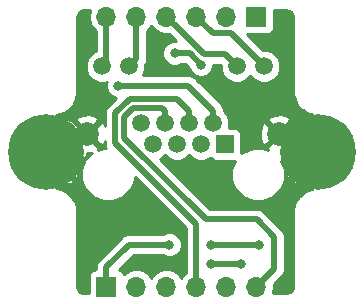
<source format=gbr>
G04 #@! TF.GenerationSoftware,KiCad,Pcbnew,(5.0.2)-1*
G04 #@! TF.CreationDate,2018-12-30T18:09:11-05:00*
G04 #@! TF.ProjectId,8P8C+LED_Horizontal_with_mounts,38503843-2b4c-4454-945f-486f72697a6f,rev?*
G04 #@! TF.SameCoordinates,Original*
G04 #@! TF.FileFunction,Copper,L1,Top*
G04 #@! TF.FilePolarity,Positive*
%FSLAX46Y46*%
G04 Gerber Fmt 4.6, Leading zero omitted, Abs format (unit mm)*
G04 Created by KiCad (PCBNEW (5.0.2)-1) date 12/30/2018 6:09:11 PM*
%MOMM*%
%LPD*%
G01*
G04 APERTURE LIST*
G04 #@! TA.AperFunction,ComponentPad*
%ADD10C,1.500000*%
G04 #@! TD*
G04 #@! TA.AperFunction,ComponentPad*
%ADD11C,2.000000*%
G04 #@! TD*
G04 #@! TA.AperFunction,ComponentPad*
%ADD12R,1.500000X1.500000*%
G04 #@! TD*
G04 #@! TA.AperFunction,ComponentPad*
%ADD13C,0.800000*%
G04 #@! TD*
G04 #@! TA.AperFunction,ComponentPad*
%ADD14C,6.400000*%
G04 #@! TD*
G04 #@! TA.AperFunction,ComponentPad*
%ADD15R,1.700000X1.700000*%
G04 #@! TD*
G04 #@! TA.AperFunction,ComponentPad*
%ADD16O,1.700000X1.700000*%
G04 #@! TD*
G04 #@! TA.AperFunction,ViaPad*
%ADD17C,0.800000*%
G04 #@! TD*
G04 #@! TA.AperFunction,Conductor*
%ADD18C,0.525000*%
G04 #@! TD*
G04 #@! TA.AperFunction,Conductor*
%ADD19C,0.254000*%
G04 #@! TD*
G04 APERTURE END LIST*
D10*
G04 #@! TO.P,J1,12*
G04 #@! TO.N,/Y+*
X134233000Y-98175000D03*
G04 #@! TO.P,J1,11*
G04 #@! TO.N,/Y-*
X136523000Y-98175000D03*
G04 #@! TO.P,J1,10*
G04 #@! TO.N,/G+*
X145663000Y-98175000D03*
G04 #@! TO.P,J1,9*
G04 #@! TO.N,/G-*
X147953000Y-98175000D03*
D11*
G04 #@! TO.P,J1,SH*
G04 #@! TO.N,GND*
X149223000Y-103885000D03*
X132963000Y-103885000D03*
D10*
G04 #@! TO.P,J1,8*
G04 #@! TO.N,/Pin8*
X137513000Y-102995000D03*
G04 #@! TO.P,J1,6*
G04 #@! TO.N,/Pin6*
X139553000Y-102995000D03*
G04 #@! TO.P,J1,4*
G04 #@! TO.N,/Pin4*
X141593000Y-102995000D03*
G04 #@! TO.P,J1,2*
G04 #@! TO.N,/Pin2*
X143633000Y-102995000D03*
G04 #@! TO.P,J1,7*
G04 #@! TO.N,/Pin7*
X138533000Y-104775000D03*
G04 #@! TO.P,J1,5*
G04 #@! TO.N,/Pin5*
X140573000Y-104775000D03*
G04 #@! TO.P,J1,3*
G04 #@! TO.N,/Pin3*
X142613000Y-104775000D03*
D12*
G04 #@! TO.P,J1,1*
G04 #@! TO.N,/Pin1*
X144653000Y-104775000D03*
G04 #@! TD*
D13*
G04 #@! TO.P,H1,1*
G04 #@! TO.N,GND*
X131237056Y-103712944D03*
X129540000Y-103010000D03*
X127842944Y-103712944D03*
X127140000Y-105410000D03*
X127842944Y-107107056D03*
X129540000Y-107810000D03*
X131237056Y-107107056D03*
X131940000Y-105410000D03*
D14*
X129540000Y-105410000D03*
G04 #@! TD*
G04 #@! TO.P,H2,1*
G04 #@! TO.N,GND*
X152540000Y-105410000D03*
D13*
X154940000Y-105410000D03*
X154237056Y-107107056D03*
X152540000Y-107810000D03*
X150842944Y-107107056D03*
X150140000Y-105410000D03*
X150842944Y-103712944D03*
X152540000Y-103010000D03*
X154237056Y-103712944D03*
G04 #@! TD*
D15*
G04 #@! TO.P,J2,1*
G04 #@! TO.N,/Pin1*
X134620000Y-116840000D03*
D16*
G04 #@! TO.P,J2,2*
G04 #@! TO.N,/Pin2*
X137160000Y-116840000D03*
G04 #@! TO.P,J2,3*
G04 #@! TO.N,/Pin3*
X139700000Y-116840000D03*
G04 #@! TO.P,J2,4*
G04 #@! TO.N,/Pin4*
X142240000Y-116840000D03*
G04 #@! TO.P,J2,5*
G04 #@! TO.N,/Pin5*
X144780000Y-116840000D03*
G04 #@! TO.P,J2,6*
G04 #@! TO.N,/Pin6*
X147320000Y-116840000D03*
G04 #@! TD*
G04 #@! TO.P,J3,6*
G04 #@! TO.N,/Y+*
X134620000Y-93980000D03*
G04 #@! TO.P,J3,5*
G04 #@! TO.N,/Y-*
X137160000Y-93980000D03*
G04 #@! TO.P,J3,4*
G04 #@! TO.N,/G+*
X139700000Y-93980000D03*
G04 #@! TO.P,J3,3*
G04 #@! TO.N,/G-*
X142240000Y-93980000D03*
G04 #@! TO.P,J3,2*
G04 #@! TO.N,/Pin8*
X144780000Y-93980000D03*
D15*
G04 #@! TO.P,J3,1*
G04 #@! TO.N,/Pin7*
X147320000Y-93980000D03*
G04 #@! TD*
D17*
G04 #@! TO.N,/Pin2*
X135636000Y-99822000D03*
G04 #@! TO.N,/Pin7*
X140388265Y-97081265D03*
X142621000Y-98044000D03*
G04 #@! TO.N,/Pin3*
X146050000Y-114935000D03*
X143510000Y-114935000D03*
G04 #@! TO.N,/Pin1*
X147574000Y-113284000D03*
X143510000Y-113284000D03*
X139954000Y-113284000D03*
G04 #@! TD*
D18*
G04 #@! TO.N,/Y+*
X134620000Y-97788000D02*
X134233000Y-98175000D01*
X134620000Y-93980000D02*
X134620000Y-97788000D01*
G04 #@! TO.N,/Y-*
X137160000Y-97538000D02*
X136523000Y-98175000D01*
X137160000Y-93980000D02*
X137160000Y-97538000D01*
G04 #@! TO.N,/G+*
X140549999Y-94829999D02*
X139700000Y-93980000D01*
X142851499Y-97131499D02*
X140549999Y-94829999D01*
X144619499Y-97131499D02*
X142851499Y-97131499D01*
X145663000Y-98175000D02*
X144619499Y-97131499D01*
G04 #@! TO.N,/G-*
X147203001Y-97425001D02*
X147953000Y-98175000D01*
X145120501Y-95342501D02*
X147203001Y-97425001D01*
X143602501Y-95342501D02*
X145120501Y-95342501D01*
X142240000Y-93980000D02*
X143602501Y-95342501D01*
G04 #@! TO.N,/Pin6*
X147333010Y-111138010D02*
X148844000Y-112649000D01*
X143015010Y-111138010D02*
X147333010Y-111138010D01*
X143015010Y-111125512D02*
X143015010Y-111138010D01*
X139553000Y-101934340D02*
X139351159Y-101732499D01*
X139553000Y-102995000D02*
X139553000Y-101934340D01*
X139351159Y-101732499D02*
X136906999Y-101732499D01*
X136906999Y-101732499D02*
X136144000Y-102495498D01*
X136144000Y-102495498D02*
X136144000Y-104254502D01*
X136144000Y-104254502D02*
X143015010Y-111125512D01*
X148844000Y-115316000D02*
X147320000Y-116840000D01*
X148844000Y-112649000D02*
X148844000Y-115316000D01*
G04 #@! TO.N,/Pin4*
X135368990Y-102174479D02*
X135368990Y-104634990D01*
X136585980Y-100957489D02*
X135368990Y-102174479D01*
X140616149Y-100957489D02*
X136585980Y-100957489D01*
X141593000Y-102995000D02*
X141593000Y-101934340D01*
X141593000Y-101934340D02*
X140616149Y-100957489D01*
X142240000Y-111506000D02*
X142240000Y-116586000D01*
X135368990Y-104634990D02*
X142240000Y-111506000D01*
G04 #@! TO.N,/Pin2*
X141520660Y-99822000D02*
X135636000Y-99822000D01*
X143633000Y-102995000D02*
X143633000Y-101934340D01*
X143633000Y-101934340D02*
X141520660Y-99822000D01*
G04 #@! TO.N,/Pin7*
X140388265Y-97081265D02*
X141658265Y-97081265D01*
X141658265Y-97081265D02*
X142621000Y-98044000D01*
G04 #@! TO.N,/Pin3*
X146050000Y-114935000D02*
X143510000Y-114935000D01*
G04 #@! TO.N,/Pin1*
X147574000Y-113284000D02*
X143510000Y-113284000D01*
X134620000Y-115211000D02*
X134620000Y-116586000D01*
X136547000Y-113284000D02*
X134620000Y-115211000D01*
X139954000Y-113284000D02*
X136547000Y-113284000D01*
G04 #@! TD*
D19*
G04 #@! TO.N,GND*
G36*
X154430804Y-103698802D02*
X154416661Y-103712944D01*
X154430804Y-103727087D01*
X154251199Y-103906692D01*
X154237056Y-103892549D01*
X153699311Y-104430294D01*
X153724033Y-104635124D01*
X154109585Y-104759193D01*
X154222647Y-104872255D01*
X154017820Y-104896977D01*
X153891691Y-105288931D01*
X153925158Y-105699318D01*
X154017820Y-105923023D01*
X154222647Y-105947745D01*
X154105762Y-106064630D01*
X154119351Y-106078219D01*
X153947738Y-106092214D01*
X153724033Y-106184876D01*
X153699311Y-106389706D01*
X154237056Y-106927451D01*
X154251199Y-106913309D01*
X154430804Y-107092914D01*
X154416661Y-107107056D01*
X154430804Y-107121199D01*
X154251199Y-107300804D01*
X154237056Y-107286661D01*
X154222914Y-107300804D01*
X154043309Y-107121199D01*
X154057451Y-107107056D01*
X153519706Y-106569311D01*
X153314876Y-106594033D01*
X153190807Y-106979585D01*
X153077745Y-107092647D01*
X153053023Y-106887820D01*
X152661069Y-106761691D01*
X152250682Y-106795158D01*
X152026977Y-106887820D01*
X152002255Y-107092647D01*
X151885370Y-106975762D01*
X151871781Y-106989351D01*
X151857786Y-106817738D01*
X151765124Y-106594033D01*
X151560294Y-106569311D01*
X151022549Y-107107056D01*
X151036692Y-107121199D01*
X150857087Y-107300804D01*
X150842944Y-107286661D01*
X150305199Y-107824406D01*
X150329921Y-108029236D01*
X150721875Y-108155365D01*
X151132262Y-108121898D01*
X151355967Y-108029236D01*
X151380689Y-107824409D01*
X151497574Y-107941294D01*
X151511163Y-107927705D01*
X151525158Y-108099318D01*
X151617820Y-108323023D01*
X151822650Y-108347745D01*
X152360395Y-107810000D01*
X152346253Y-107795858D01*
X152525858Y-107616253D01*
X152540000Y-107630395D01*
X152554143Y-107616253D01*
X152733748Y-107795858D01*
X152719605Y-107810000D01*
X152733748Y-107824143D01*
X152554143Y-108003748D01*
X152540000Y-107989605D01*
X152002255Y-108527350D01*
X152006178Y-108559849D01*
X151936632Y-108572112D01*
X151522165Y-108722966D01*
X151308621Y-108846256D01*
X151308620Y-108846257D01*
X150970744Y-109129769D01*
X150839614Y-109286044D01*
X150812247Y-109318659D01*
X150591714Y-109700632D01*
X150591711Y-109700635D01*
X150507376Y-109932344D01*
X150432122Y-110359135D01*
X150420000Y-110420075D01*
X150420001Y-116777875D01*
X150375935Y-117027787D01*
X150280596Y-117192919D01*
X150134524Y-117315488D01*
X149925532Y-117391555D01*
X149829004Y-117400000D01*
X148722701Y-117400000D01*
X148834092Y-116840000D01*
X148793471Y-116635785D01*
X149416123Y-116013133D01*
X149491061Y-115963061D01*
X149689426Y-115666187D01*
X149741500Y-115404395D01*
X149741500Y-115404391D01*
X149759082Y-115316001D01*
X149741500Y-115227611D01*
X149741500Y-112737391D01*
X149759082Y-112649000D01*
X149741500Y-112560609D01*
X149741500Y-112560605D01*
X149689426Y-112298813D01*
X149592038Y-112153061D01*
X149541133Y-112076876D01*
X149541131Y-112076874D01*
X149491061Y-112001939D01*
X149416126Y-111951869D01*
X148030143Y-110565887D01*
X147980071Y-110490949D01*
X147683197Y-110292584D01*
X147421405Y-110240510D01*
X147421401Y-110240510D01*
X147333010Y-110222928D01*
X147244619Y-110240510D01*
X143399265Y-110240510D01*
X139169303Y-106010549D01*
X139317540Y-105949147D01*
X139553000Y-105713687D01*
X139788460Y-105949147D01*
X140297506Y-106160000D01*
X140848494Y-106160000D01*
X141357540Y-105949147D01*
X141593000Y-105713687D01*
X141828460Y-105949147D01*
X142337506Y-106160000D01*
X142888494Y-106160000D01*
X143397540Y-105949147D01*
X143412621Y-105934066D01*
X143445191Y-105982809D01*
X143655235Y-106123157D01*
X143903000Y-106172440D01*
X145403000Y-106172440D01*
X145476079Y-106157904D01*
X145183000Y-106865458D01*
X145183000Y-107764542D01*
X145527065Y-108595187D01*
X146162813Y-109230935D01*
X146993458Y-109575000D01*
X147892542Y-109575000D01*
X148723187Y-109230935D01*
X149358935Y-108595187D01*
X149703000Y-107764542D01*
X149703000Y-106865458D01*
X149417618Y-106176486D01*
X149485370Y-106244238D01*
X149602255Y-106127353D01*
X149626977Y-106332180D01*
X150012529Y-106456249D01*
X150125591Y-106569311D01*
X149920764Y-106594033D01*
X149794635Y-106985987D01*
X149828102Y-107396374D01*
X149920764Y-107620079D01*
X150125594Y-107644801D01*
X150663339Y-107107056D01*
X150649197Y-107092914D01*
X150828802Y-106913309D01*
X150842944Y-106927451D01*
X151380689Y-106389706D01*
X151355967Y-106184876D01*
X150970415Y-106060807D01*
X150857353Y-105947745D01*
X151062180Y-105923023D01*
X151188309Y-105531069D01*
X151154842Y-105120682D01*
X151062180Y-104896977D01*
X150857353Y-104872255D01*
X150974238Y-104755370D01*
X150960649Y-104741781D01*
X151132262Y-104727786D01*
X151355967Y-104635124D01*
X151380689Y-104430294D01*
X150860031Y-103909636D01*
X150845994Y-103530289D01*
X150857087Y-103519197D01*
X151036692Y-103698802D01*
X151022549Y-103712944D01*
X151560294Y-104250689D01*
X151765124Y-104225967D01*
X151889193Y-103840415D01*
X152002255Y-103727353D01*
X152026977Y-103932180D01*
X152418931Y-104058309D01*
X152829318Y-104024842D01*
X153053023Y-103932180D01*
X153077745Y-103727353D01*
X153194630Y-103844238D01*
X153208219Y-103830649D01*
X153222214Y-104002262D01*
X153314876Y-104225967D01*
X153519706Y-104250689D01*
X154057451Y-103712944D01*
X154043309Y-103698802D01*
X154222914Y-103519197D01*
X154237056Y-103533339D01*
X154251199Y-103519197D01*
X154430804Y-103698802D01*
X154430804Y-103698802D01*
G37*
X154430804Y-103698802D02*
X154416661Y-103712944D01*
X154430804Y-103727087D01*
X154251199Y-103906692D01*
X154237056Y-103892549D01*
X153699311Y-104430294D01*
X153724033Y-104635124D01*
X154109585Y-104759193D01*
X154222647Y-104872255D01*
X154017820Y-104896977D01*
X153891691Y-105288931D01*
X153925158Y-105699318D01*
X154017820Y-105923023D01*
X154222647Y-105947745D01*
X154105762Y-106064630D01*
X154119351Y-106078219D01*
X153947738Y-106092214D01*
X153724033Y-106184876D01*
X153699311Y-106389706D01*
X154237056Y-106927451D01*
X154251199Y-106913309D01*
X154430804Y-107092914D01*
X154416661Y-107107056D01*
X154430804Y-107121199D01*
X154251199Y-107300804D01*
X154237056Y-107286661D01*
X154222914Y-107300804D01*
X154043309Y-107121199D01*
X154057451Y-107107056D01*
X153519706Y-106569311D01*
X153314876Y-106594033D01*
X153190807Y-106979585D01*
X153077745Y-107092647D01*
X153053023Y-106887820D01*
X152661069Y-106761691D01*
X152250682Y-106795158D01*
X152026977Y-106887820D01*
X152002255Y-107092647D01*
X151885370Y-106975762D01*
X151871781Y-106989351D01*
X151857786Y-106817738D01*
X151765124Y-106594033D01*
X151560294Y-106569311D01*
X151022549Y-107107056D01*
X151036692Y-107121199D01*
X150857087Y-107300804D01*
X150842944Y-107286661D01*
X150305199Y-107824406D01*
X150329921Y-108029236D01*
X150721875Y-108155365D01*
X151132262Y-108121898D01*
X151355967Y-108029236D01*
X151380689Y-107824409D01*
X151497574Y-107941294D01*
X151511163Y-107927705D01*
X151525158Y-108099318D01*
X151617820Y-108323023D01*
X151822650Y-108347745D01*
X152360395Y-107810000D01*
X152346253Y-107795858D01*
X152525858Y-107616253D01*
X152540000Y-107630395D01*
X152554143Y-107616253D01*
X152733748Y-107795858D01*
X152719605Y-107810000D01*
X152733748Y-107824143D01*
X152554143Y-108003748D01*
X152540000Y-107989605D01*
X152002255Y-108527350D01*
X152006178Y-108559849D01*
X151936632Y-108572112D01*
X151522165Y-108722966D01*
X151308621Y-108846256D01*
X151308620Y-108846257D01*
X150970744Y-109129769D01*
X150839614Y-109286044D01*
X150812247Y-109318659D01*
X150591714Y-109700632D01*
X150591711Y-109700635D01*
X150507376Y-109932344D01*
X150432122Y-110359135D01*
X150420000Y-110420075D01*
X150420001Y-116777875D01*
X150375935Y-117027787D01*
X150280596Y-117192919D01*
X150134524Y-117315488D01*
X149925532Y-117391555D01*
X149829004Y-117400000D01*
X148722701Y-117400000D01*
X148834092Y-116840000D01*
X148793471Y-116635785D01*
X149416123Y-116013133D01*
X149491061Y-115963061D01*
X149689426Y-115666187D01*
X149741500Y-115404395D01*
X149741500Y-115404391D01*
X149759082Y-115316001D01*
X149741500Y-115227611D01*
X149741500Y-112737391D01*
X149759082Y-112649000D01*
X149741500Y-112560609D01*
X149741500Y-112560605D01*
X149689426Y-112298813D01*
X149592038Y-112153061D01*
X149541133Y-112076876D01*
X149541131Y-112076874D01*
X149491061Y-112001939D01*
X149416126Y-111951869D01*
X148030143Y-110565887D01*
X147980071Y-110490949D01*
X147683197Y-110292584D01*
X147421405Y-110240510D01*
X147421401Y-110240510D01*
X147333010Y-110222928D01*
X147244619Y-110240510D01*
X143399265Y-110240510D01*
X139169303Y-106010549D01*
X139317540Y-105949147D01*
X139553000Y-105713687D01*
X139788460Y-105949147D01*
X140297506Y-106160000D01*
X140848494Y-106160000D01*
X141357540Y-105949147D01*
X141593000Y-105713687D01*
X141828460Y-105949147D01*
X142337506Y-106160000D01*
X142888494Y-106160000D01*
X143397540Y-105949147D01*
X143412621Y-105934066D01*
X143445191Y-105982809D01*
X143655235Y-106123157D01*
X143903000Y-106172440D01*
X145403000Y-106172440D01*
X145476079Y-106157904D01*
X145183000Y-106865458D01*
X145183000Y-107764542D01*
X145527065Y-108595187D01*
X146162813Y-109230935D01*
X146993458Y-109575000D01*
X147892542Y-109575000D01*
X148723187Y-109230935D01*
X149358935Y-108595187D01*
X149703000Y-107764542D01*
X149703000Y-106865458D01*
X149417618Y-106176486D01*
X149485370Y-106244238D01*
X149602255Y-106127353D01*
X149626977Y-106332180D01*
X150012529Y-106456249D01*
X150125591Y-106569311D01*
X149920764Y-106594033D01*
X149794635Y-106985987D01*
X149828102Y-107396374D01*
X149920764Y-107620079D01*
X150125594Y-107644801D01*
X150663339Y-107107056D01*
X150649197Y-107092914D01*
X150828802Y-106913309D01*
X150842944Y-106927451D01*
X151380689Y-106389706D01*
X151355967Y-106184876D01*
X150970415Y-106060807D01*
X150857353Y-105947745D01*
X151062180Y-105923023D01*
X151188309Y-105531069D01*
X151154842Y-105120682D01*
X151062180Y-104896977D01*
X150857353Y-104872255D01*
X150974238Y-104755370D01*
X150960649Y-104741781D01*
X151132262Y-104727786D01*
X151355967Y-104635124D01*
X151380689Y-104430294D01*
X150860031Y-103909636D01*
X150845994Y-103530289D01*
X150857087Y-103519197D01*
X151036692Y-103698802D01*
X151022549Y-103712944D01*
X151560294Y-104250689D01*
X151765124Y-104225967D01*
X151889193Y-103840415D01*
X152002255Y-103727353D01*
X152026977Y-103932180D01*
X152418931Y-104058309D01*
X152829318Y-104024842D01*
X153053023Y-103932180D01*
X153077745Y-103727353D01*
X153194630Y-103844238D01*
X153208219Y-103830649D01*
X153222214Y-104002262D01*
X153314876Y-104225967D01*
X153519706Y-104250689D01*
X154057451Y-103712944D01*
X154043309Y-103698802D01*
X154222914Y-103519197D01*
X154237056Y-103533339D01*
X154251199Y-103519197D01*
X154430804Y-103698802D01*
G36*
X131317092Y-103620461D02*
X131324954Y-103832936D01*
X131251199Y-103906692D01*
X131237056Y-103892549D01*
X130699311Y-104430294D01*
X130724033Y-104635124D01*
X131109585Y-104759193D01*
X131222647Y-104872255D01*
X131017820Y-104896977D01*
X130891691Y-105288931D01*
X130925158Y-105699318D01*
X131017820Y-105923023D01*
X131222647Y-105947745D01*
X131105762Y-106064630D01*
X131119351Y-106078219D01*
X130947738Y-106092214D01*
X130724033Y-106184876D01*
X130699311Y-106389706D01*
X131237056Y-106927451D01*
X131251199Y-106913309D01*
X131430804Y-107092914D01*
X131416661Y-107107056D01*
X131954406Y-107644801D01*
X132159236Y-107620079D01*
X132285365Y-107228125D01*
X132251898Y-106817738D01*
X132159236Y-106594033D01*
X131954409Y-106569311D01*
X132071294Y-106452426D01*
X132057705Y-106438837D01*
X132229318Y-106424842D01*
X132453023Y-106332180D01*
X132477745Y-106127350D01*
X131940000Y-105589605D01*
X131925858Y-105603748D01*
X131746253Y-105424143D01*
X131760395Y-105410000D01*
X131746253Y-105395858D01*
X131925858Y-105216253D01*
X131940000Y-105230395D01*
X131954143Y-105216253D01*
X132133748Y-105395858D01*
X132119605Y-105410000D01*
X132657350Y-105947745D01*
X132862180Y-105923023D01*
X132988309Y-105531069D01*
X132987424Y-105520215D01*
X133348460Y-105506856D01*
X133359662Y-105502216D01*
X132827065Y-106034813D01*
X132483000Y-106865458D01*
X132483000Y-107764542D01*
X132827065Y-108595187D01*
X133462813Y-109230935D01*
X134293458Y-109575000D01*
X135192542Y-109575000D01*
X136023187Y-109230935D01*
X136658935Y-108595187D01*
X137003000Y-107764542D01*
X137003000Y-107538256D01*
X141342500Y-111877757D01*
X141342501Y-115653696D01*
X141169375Y-115769375D01*
X140970000Y-116067761D01*
X140770625Y-115769375D01*
X140279418Y-115441161D01*
X139846256Y-115355000D01*
X139553744Y-115355000D01*
X139120582Y-115441161D01*
X138629375Y-115769375D01*
X138430000Y-116067761D01*
X138230625Y-115769375D01*
X137739418Y-115441161D01*
X137306256Y-115355000D01*
X137013744Y-115355000D01*
X136580582Y-115441161D01*
X136089375Y-115769375D01*
X136077184Y-115787619D01*
X136068157Y-115742235D01*
X135927809Y-115532191D01*
X135717765Y-115391843D01*
X135709965Y-115390291D01*
X136918757Y-114181500D01*
X139416171Y-114181500D01*
X139748126Y-114319000D01*
X140159874Y-114319000D01*
X140540280Y-114161431D01*
X140831431Y-113870280D01*
X140989000Y-113489874D01*
X140989000Y-113078126D01*
X140831431Y-112697720D01*
X140540280Y-112406569D01*
X140159874Y-112249000D01*
X139748126Y-112249000D01*
X139416171Y-112386500D01*
X136635391Y-112386500D01*
X136547000Y-112368918D01*
X136458609Y-112386500D01*
X136458605Y-112386500D01*
X136196813Y-112438574D01*
X135974876Y-112586867D01*
X135974874Y-112586869D01*
X135899939Y-112636939D01*
X135849869Y-112711874D01*
X134047877Y-114513867D01*
X133972939Y-114563939D01*
X133774574Y-114860814D01*
X133722500Y-115122606D01*
X133722500Y-115122609D01*
X133704918Y-115211000D01*
X133722500Y-115299392D01*
X133722500Y-115352008D01*
X133522235Y-115391843D01*
X133312191Y-115532191D01*
X133171843Y-115742235D01*
X133122560Y-115990000D01*
X133122560Y-117400000D01*
X132777119Y-117400000D01*
X132527213Y-117355935D01*
X132362081Y-117260596D01*
X132239512Y-117114524D01*
X132163445Y-116905532D01*
X132155000Y-116809004D01*
X132155000Y-110420074D01*
X132148920Y-110389507D01*
X132133004Y-110207587D01*
X132108997Y-110117990D01*
X132092888Y-110026632D01*
X131942034Y-109612165D01*
X131818744Y-109398621D01*
X131818743Y-109398620D01*
X131535231Y-109060744D01*
X131346340Y-108902246D01*
X131346338Y-108902245D01*
X130964367Y-108681713D01*
X130964368Y-108681713D01*
X130964365Y-108681711D01*
X130732656Y-108597376D01*
X130315115Y-108523753D01*
X130374238Y-108464630D01*
X130257353Y-108347745D01*
X130462180Y-108323023D01*
X130586249Y-107937471D01*
X130699311Y-107824409D01*
X130724033Y-108029236D01*
X131115987Y-108155365D01*
X131526374Y-108121898D01*
X131750079Y-108029236D01*
X131774801Y-107824406D01*
X131237056Y-107286661D01*
X131222914Y-107300804D01*
X131043309Y-107121199D01*
X131057451Y-107107056D01*
X130519706Y-106569311D01*
X130314876Y-106594033D01*
X130190807Y-106979585D01*
X130077745Y-107092647D01*
X130053023Y-106887820D01*
X129661069Y-106761691D01*
X129250682Y-106795158D01*
X129026977Y-106887820D01*
X129002255Y-107092647D01*
X128885370Y-106975762D01*
X128871781Y-106989351D01*
X128857786Y-106817738D01*
X128765124Y-106594033D01*
X128560294Y-106569311D01*
X128022549Y-107107056D01*
X128036692Y-107121199D01*
X127857087Y-107300804D01*
X127842944Y-107286661D01*
X127828802Y-107300804D01*
X127649197Y-107121199D01*
X127663339Y-107107056D01*
X127649197Y-107092914D01*
X127828802Y-106913309D01*
X127842944Y-106927451D01*
X128380689Y-106389706D01*
X128355967Y-106184876D01*
X127970415Y-106060807D01*
X127857353Y-105947745D01*
X128062180Y-105923023D01*
X128188309Y-105531069D01*
X128154842Y-105120682D01*
X128062180Y-104896977D01*
X127857353Y-104872255D01*
X127974238Y-104755370D01*
X127960649Y-104741781D01*
X128132262Y-104727786D01*
X128355967Y-104635124D01*
X128380689Y-104430294D01*
X127842944Y-103892549D01*
X127828802Y-103906692D01*
X127649197Y-103727087D01*
X127663339Y-103712944D01*
X127649197Y-103698802D01*
X127828802Y-103519197D01*
X127842944Y-103533339D01*
X127857087Y-103519197D01*
X128036692Y-103698802D01*
X128022549Y-103712944D01*
X128560294Y-104250689D01*
X128765124Y-104225967D01*
X128889193Y-103840415D01*
X129002255Y-103727353D01*
X129026977Y-103932180D01*
X129418931Y-104058309D01*
X129829318Y-104024842D01*
X130053023Y-103932180D01*
X130077745Y-103727353D01*
X130194630Y-103844238D01*
X130208219Y-103830649D01*
X130222214Y-104002262D01*
X130314876Y-104225967D01*
X130519706Y-104250689D01*
X131057451Y-103712944D01*
X131043309Y-103698802D01*
X131222914Y-103519197D01*
X131237056Y-103533339D01*
X131415903Y-103354492D01*
X131317092Y-103620461D01*
X131317092Y-103620461D01*
G37*
X131317092Y-103620461D02*
X131324954Y-103832936D01*
X131251199Y-103906692D01*
X131237056Y-103892549D01*
X130699311Y-104430294D01*
X130724033Y-104635124D01*
X131109585Y-104759193D01*
X131222647Y-104872255D01*
X131017820Y-104896977D01*
X130891691Y-105288931D01*
X130925158Y-105699318D01*
X131017820Y-105923023D01*
X131222647Y-105947745D01*
X131105762Y-106064630D01*
X131119351Y-106078219D01*
X130947738Y-106092214D01*
X130724033Y-106184876D01*
X130699311Y-106389706D01*
X131237056Y-106927451D01*
X131251199Y-106913309D01*
X131430804Y-107092914D01*
X131416661Y-107107056D01*
X131954406Y-107644801D01*
X132159236Y-107620079D01*
X132285365Y-107228125D01*
X132251898Y-106817738D01*
X132159236Y-106594033D01*
X131954409Y-106569311D01*
X132071294Y-106452426D01*
X132057705Y-106438837D01*
X132229318Y-106424842D01*
X132453023Y-106332180D01*
X132477745Y-106127350D01*
X131940000Y-105589605D01*
X131925858Y-105603748D01*
X131746253Y-105424143D01*
X131760395Y-105410000D01*
X131746253Y-105395858D01*
X131925858Y-105216253D01*
X131940000Y-105230395D01*
X131954143Y-105216253D01*
X132133748Y-105395858D01*
X132119605Y-105410000D01*
X132657350Y-105947745D01*
X132862180Y-105923023D01*
X132988309Y-105531069D01*
X132987424Y-105520215D01*
X133348460Y-105506856D01*
X133359662Y-105502216D01*
X132827065Y-106034813D01*
X132483000Y-106865458D01*
X132483000Y-107764542D01*
X132827065Y-108595187D01*
X133462813Y-109230935D01*
X134293458Y-109575000D01*
X135192542Y-109575000D01*
X136023187Y-109230935D01*
X136658935Y-108595187D01*
X137003000Y-107764542D01*
X137003000Y-107538256D01*
X141342500Y-111877757D01*
X141342501Y-115653696D01*
X141169375Y-115769375D01*
X140970000Y-116067761D01*
X140770625Y-115769375D01*
X140279418Y-115441161D01*
X139846256Y-115355000D01*
X139553744Y-115355000D01*
X139120582Y-115441161D01*
X138629375Y-115769375D01*
X138430000Y-116067761D01*
X138230625Y-115769375D01*
X137739418Y-115441161D01*
X137306256Y-115355000D01*
X137013744Y-115355000D01*
X136580582Y-115441161D01*
X136089375Y-115769375D01*
X136077184Y-115787619D01*
X136068157Y-115742235D01*
X135927809Y-115532191D01*
X135717765Y-115391843D01*
X135709965Y-115390291D01*
X136918757Y-114181500D01*
X139416171Y-114181500D01*
X139748126Y-114319000D01*
X140159874Y-114319000D01*
X140540280Y-114161431D01*
X140831431Y-113870280D01*
X140989000Y-113489874D01*
X140989000Y-113078126D01*
X140831431Y-112697720D01*
X140540280Y-112406569D01*
X140159874Y-112249000D01*
X139748126Y-112249000D01*
X139416171Y-112386500D01*
X136635391Y-112386500D01*
X136547000Y-112368918D01*
X136458609Y-112386500D01*
X136458605Y-112386500D01*
X136196813Y-112438574D01*
X135974876Y-112586867D01*
X135974874Y-112586869D01*
X135899939Y-112636939D01*
X135849869Y-112711874D01*
X134047877Y-114513867D01*
X133972939Y-114563939D01*
X133774574Y-114860814D01*
X133722500Y-115122606D01*
X133722500Y-115122609D01*
X133704918Y-115211000D01*
X133722500Y-115299392D01*
X133722500Y-115352008D01*
X133522235Y-115391843D01*
X133312191Y-115532191D01*
X133171843Y-115742235D01*
X133122560Y-115990000D01*
X133122560Y-117400000D01*
X132777119Y-117400000D01*
X132527213Y-117355935D01*
X132362081Y-117260596D01*
X132239512Y-117114524D01*
X132163445Y-116905532D01*
X132155000Y-116809004D01*
X132155000Y-110420074D01*
X132148920Y-110389507D01*
X132133004Y-110207587D01*
X132108997Y-110117990D01*
X132092888Y-110026632D01*
X131942034Y-109612165D01*
X131818744Y-109398621D01*
X131818743Y-109398620D01*
X131535231Y-109060744D01*
X131346340Y-108902246D01*
X131346338Y-108902245D01*
X130964367Y-108681713D01*
X130964368Y-108681713D01*
X130964365Y-108681711D01*
X130732656Y-108597376D01*
X130315115Y-108523753D01*
X130374238Y-108464630D01*
X130257353Y-108347745D01*
X130462180Y-108323023D01*
X130586249Y-107937471D01*
X130699311Y-107824409D01*
X130724033Y-108029236D01*
X131115987Y-108155365D01*
X131526374Y-108121898D01*
X131750079Y-108029236D01*
X131774801Y-107824406D01*
X131237056Y-107286661D01*
X131222914Y-107300804D01*
X131043309Y-107121199D01*
X131057451Y-107107056D01*
X130519706Y-106569311D01*
X130314876Y-106594033D01*
X130190807Y-106979585D01*
X130077745Y-107092647D01*
X130053023Y-106887820D01*
X129661069Y-106761691D01*
X129250682Y-106795158D01*
X129026977Y-106887820D01*
X129002255Y-107092647D01*
X128885370Y-106975762D01*
X128871781Y-106989351D01*
X128857786Y-106817738D01*
X128765124Y-106594033D01*
X128560294Y-106569311D01*
X128022549Y-107107056D01*
X128036692Y-107121199D01*
X127857087Y-107300804D01*
X127842944Y-107286661D01*
X127828802Y-107300804D01*
X127649197Y-107121199D01*
X127663339Y-107107056D01*
X127649197Y-107092914D01*
X127828802Y-106913309D01*
X127842944Y-106927451D01*
X128380689Y-106389706D01*
X128355967Y-106184876D01*
X127970415Y-106060807D01*
X127857353Y-105947745D01*
X128062180Y-105923023D01*
X128188309Y-105531069D01*
X128154842Y-105120682D01*
X128062180Y-104896977D01*
X127857353Y-104872255D01*
X127974238Y-104755370D01*
X127960649Y-104741781D01*
X128132262Y-104727786D01*
X128355967Y-104635124D01*
X128380689Y-104430294D01*
X127842944Y-103892549D01*
X127828802Y-103906692D01*
X127649197Y-103727087D01*
X127663339Y-103712944D01*
X127649197Y-103698802D01*
X127828802Y-103519197D01*
X127842944Y-103533339D01*
X127857087Y-103519197D01*
X128036692Y-103698802D01*
X128022549Y-103712944D01*
X128560294Y-104250689D01*
X128765124Y-104225967D01*
X128889193Y-103840415D01*
X129002255Y-103727353D01*
X129026977Y-103932180D01*
X129418931Y-104058309D01*
X129829318Y-104024842D01*
X130053023Y-103932180D01*
X130077745Y-103727353D01*
X130194630Y-103844238D01*
X130208219Y-103830649D01*
X130222214Y-104002262D01*
X130314876Y-104225967D01*
X130519706Y-104250689D01*
X131057451Y-103712944D01*
X131043309Y-103698802D01*
X131222914Y-103519197D01*
X131237056Y-103533339D01*
X131415903Y-103354492D01*
X131317092Y-103620461D01*
G36*
X129733748Y-107795858D02*
X129719605Y-107810000D01*
X129733748Y-107824143D01*
X129554143Y-108003748D01*
X129540000Y-107989605D01*
X129525858Y-108003748D01*
X129346253Y-107824143D01*
X129360395Y-107810000D01*
X129346253Y-107795858D01*
X129525858Y-107616253D01*
X129540000Y-107630395D01*
X129554143Y-107616253D01*
X129733748Y-107795858D01*
X129733748Y-107795858D01*
G37*
X129733748Y-107795858D02*
X129719605Y-107810000D01*
X129733748Y-107824143D01*
X129554143Y-108003748D01*
X129540000Y-107989605D01*
X129525858Y-108003748D01*
X129346253Y-107824143D01*
X129360395Y-107810000D01*
X129346253Y-107795858D01*
X129525858Y-107616253D01*
X129540000Y-107630395D01*
X129554143Y-107616253D01*
X129733748Y-107795858D01*
G36*
X155133748Y-105395858D02*
X155119605Y-105410000D01*
X155133748Y-105424143D01*
X154954143Y-105603748D01*
X154940000Y-105589605D01*
X154925858Y-105603748D01*
X154746253Y-105424143D01*
X154760395Y-105410000D01*
X154746253Y-105395858D01*
X154925858Y-105216253D01*
X154940000Y-105230395D01*
X154954143Y-105216253D01*
X155133748Y-105395858D01*
X155133748Y-105395858D01*
G37*
X155133748Y-105395858D02*
X155119605Y-105410000D01*
X155133748Y-105424143D01*
X154954143Y-105603748D01*
X154940000Y-105589605D01*
X154925858Y-105603748D01*
X154746253Y-105424143D01*
X154760395Y-105410000D01*
X154746253Y-105395858D01*
X154925858Y-105216253D01*
X154940000Y-105230395D01*
X154954143Y-105216253D01*
X155133748Y-105395858D01*
G36*
X150333748Y-105395858D02*
X150319605Y-105410000D01*
X150333748Y-105424143D01*
X150154143Y-105603748D01*
X150140000Y-105589605D01*
X150125858Y-105603748D01*
X149946253Y-105424143D01*
X149960395Y-105410000D01*
X149946253Y-105395858D01*
X149995622Y-105346488D01*
X150097264Y-105304387D01*
X150128772Y-105219167D01*
X150140000Y-105230395D01*
X150154143Y-105216253D01*
X150333748Y-105395858D01*
X150333748Y-105395858D01*
G37*
X150333748Y-105395858D02*
X150319605Y-105410000D01*
X150333748Y-105424143D01*
X150154143Y-105603748D01*
X150140000Y-105589605D01*
X150125858Y-105603748D01*
X149946253Y-105424143D01*
X149960395Y-105410000D01*
X149946253Y-105395858D01*
X149995622Y-105346488D01*
X150097264Y-105304387D01*
X150128772Y-105219167D01*
X150140000Y-105230395D01*
X150154143Y-105216253D01*
X150333748Y-105395858D01*
G36*
X127333748Y-105395858D02*
X127319605Y-105410000D01*
X127333748Y-105424143D01*
X127154143Y-105603748D01*
X127140000Y-105589605D01*
X127125858Y-105603748D01*
X126946253Y-105424143D01*
X126960395Y-105410000D01*
X126946253Y-105395858D01*
X127125858Y-105216253D01*
X127140000Y-105230395D01*
X127154143Y-105216253D01*
X127333748Y-105395858D01*
X127333748Y-105395858D01*
G37*
X127333748Y-105395858D02*
X127319605Y-105410000D01*
X127333748Y-105424143D01*
X127154143Y-105603748D01*
X127140000Y-105589605D01*
X127125858Y-105603748D01*
X126946253Y-105424143D01*
X126960395Y-105410000D01*
X126946253Y-105395858D01*
X127125858Y-105216253D01*
X127140000Y-105230395D01*
X127154143Y-105216253D01*
X127333748Y-105395858D01*
G36*
X150047787Y-93464065D02*
X150212920Y-93559405D01*
X150335488Y-93705477D01*
X150411555Y-93914465D01*
X150420000Y-94010996D01*
X150420001Y-100399926D01*
X150426079Y-100430484D01*
X150441996Y-100612413D01*
X150466003Y-100702010D01*
X150482112Y-100793368D01*
X150632965Y-101207830D01*
X150632966Y-101207835D01*
X150756257Y-101421380D01*
X151039769Y-101759256D01*
X151228660Y-101917754D01*
X151228662Y-101917755D01*
X151610632Y-102138287D01*
X151610633Y-102138287D01*
X151610635Y-102138289D01*
X151842344Y-102222624D01*
X152007198Y-102251692D01*
X152002255Y-102292650D01*
X152540000Y-102830395D01*
X152554143Y-102816253D01*
X152733748Y-102995858D01*
X152719605Y-103010000D01*
X152733748Y-103024143D01*
X152554143Y-103203748D01*
X152540000Y-103189605D01*
X152525858Y-103203748D01*
X152346253Y-103024143D01*
X152360395Y-103010000D01*
X151822650Y-102472255D01*
X151617820Y-102496977D01*
X151493751Y-102882529D01*
X151380689Y-102995591D01*
X151355967Y-102790764D01*
X150964013Y-102664635D01*
X150553626Y-102698102D01*
X150329921Y-102790764D01*
X150307009Y-102980596D01*
X150110596Y-103177009D01*
X149920764Y-103199921D01*
X149841564Y-103446041D01*
X149402605Y-103885000D01*
X149908082Y-104390477D01*
X149850682Y-104395158D01*
X149640580Y-104482185D01*
X149223000Y-104064605D01*
X148250073Y-105037532D01*
X148322355Y-105233035D01*
X147892542Y-105055000D01*
X146993458Y-105055000D01*
X146162813Y-105399065D01*
X146050440Y-105511438D01*
X146050440Y-104025000D01*
X146001157Y-103777235D01*
X145896404Y-103620461D01*
X147577092Y-103620461D01*
X147601144Y-104270460D01*
X147803613Y-104759264D01*
X148070468Y-104857927D01*
X149043395Y-103885000D01*
X148070468Y-102912073D01*
X147803613Y-103010736D01*
X147577092Y-103620461D01*
X145896404Y-103620461D01*
X145860809Y-103567191D01*
X145650765Y-103426843D01*
X145403000Y-103377560D01*
X144973652Y-103377560D01*
X145018000Y-103270494D01*
X145018000Y-102732468D01*
X148250073Y-102732468D01*
X149223000Y-103705395D01*
X150195927Y-102732468D01*
X150097264Y-102465613D01*
X149487539Y-102239092D01*
X148837540Y-102263144D01*
X148348736Y-102465613D01*
X148250073Y-102732468D01*
X145018000Y-102732468D01*
X145018000Y-102719506D01*
X144807147Y-102210460D01*
X144545252Y-101948565D01*
X144548082Y-101934340D01*
X144530500Y-101845949D01*
X144530500Y-101845945D01*
X144478426Y-101584153D01*
X144447667Y-101538119D01*
X144330133Y-101362216D01*
X144330131Y-101362214D01*
X144280061Y-101287279D01*
X144205126Y-101237209D01*
X142217793Y-99249877D01*
X142167721Y-99174939D01*
X141870847Y-98976574D01*
X141609055Y-98924500D01*
X141609051Y-98924500D01*
X141520660Y-98906918D01*
X141432269Y-98924500D01*
X137711661Y-98924500D01*
X137908000Y-98450494D01*
X137908000Y-98033996D01*
X138005426Y-97888187D01*
X138018032Y-97824812D01*
X138057500Y-97626395D01*
X138057500Y-97626392D01*
X138075082Y-97538001D01*
X138057500Y-97449610D01*
X138057500Y-95166303D01*
X138230625Y-95050625D01*
X138430000Y-94752239D01*
X138629375Y-95050625D01*
X139120582Y-95378839D01*
X139553744Y-95465000D01*
X139846256Y-95465000D01*
X139904215Y-95453471D01*
X140497009Y-96046265D01*
X140182391Y-96046265D01*
X139801985Y-96203834D01*
X139510834Y-96494985D01*
X139353265Y-96875391D01*
X139353265Y-97287139D01*
X139510834Y-97667545D01*
X139801985Y-97958696D01*
X140182391Y-98116265D01*
X140594139Y-98116265D01*
X140926094Y-97978765D01*
X141286509Y-97978765D01*
X141606069Y-98298326D01*
X141743569Y-98630280D01*
X142034720Y-98921431D01*
X142415126Y-99079000D01*
X142826874Y-99079000D01*
X143207280Y-98921431D01*
X143498431Y-98630280D01*
X143656000Y-98249874D01*
X143656000Y-98028999D01*
X144247743Y-98028999D01*
X144278000Y-98059256D01*
X144278000Y-98450494D01*
X144488853Y-98959540D01*
X144878460Y-99349147D01*
X145387506Y-99560000D01*
X145938494Y-99560000D01*
X146447540Y-99349147D01*
X146808000Y-98988687D01*
X147168460Y-99349147D01*
X147677506Y-99560000D01*
X148228494Y-99560000D01*
X148737540Y-99349147D01*
X149127147Y-98959540D01*
X149338000Y-98450494D01*
X149338000Y-97899506D01*
X149127147Y-97390460D01*
X148737540Y-97000853D01*
X148228494Y-96790000D01*
X147837257Y-96790000D01*
X146524696Y-95477440D01*
X148170000Y-95477440D01*
X148417765Y-95428157D01*
X148627809Y-95287809D01*
X148768157Y-95077765D01*
X148817440Y-94830000D01*
X148817440Y-93420000D01*
X149797881Y-93420000D01*
X150047787Y-93464065D01*
X150047787Y-93464065D01*
G37*
X150047787Y-93464065D02*
X150212920Y-93559405D01*
X150335488Y-93705477D01*
X150411555Y-93914465D01*
X150420000Y-94010996D01*
X150420001Y-100399926D01*
X150426079Y-100430484D01*
X150441996Y-100612413D01*
X150466003Y-100702010D01*
X150482112Y-100793368D01*
X150632965Y-101207830D01*
X150632966Y-101207835D01*
X150756257Y-101421380D01*
X151039769Y-101759256D01*
X151228660Y-101917754D01*
X151228662Y-101917755D01*
X151610632Y-102138287D01*
X151610633Y-102138287D01*
X151610635Y-102138289D01*
X151842344Y-102222624D01*
X152007198Y-102251692D01*
X152002255Y-102292650D01*
X152540000Y-102830395D01*
X152554143Y-102816253D01*
X152733748Y-102995858D01*
X152719605Y-103010000D01*
X152733748Y-103024143D01*
X152554143Y-103203748D01*
X152540000Y-103189605D01*
X152525858Y-103203748D01*
X152346253Y-103024143D01*
X152360395Y-103010000D01*
X151822650Y-102472255D01*
X151617820Y-102496977D01*
X151493751Y-102882529D01*
X151380689Y-102995591D01*
X151355967Y-102790764D01*
X150964013Y-102664635D01*
X150553626Y-102698102D01*
X150329921Y-102790764D01*
X150307009Y-102980596D01*
X150110596Y-103177009D01*
X149920764Y-103199921D01*
X149841564Y-103446041D01*
X149402605Y-103885000D01*
X149908082Y-104390477D01*
X149850682Y-104395158D01*
X149640580Y-104482185D01*
X149223000Y-104064605D01*
X148250073Y-105037532D01*
X148322355Y-105233035D01*
X147892542Y-105055000D01*
X146993458Y-105055000D01*
X146162813Y-105399065D01*
X146050440Y-105511438D01*
X146050440Y-104025000D01*
X146001157Y-103777235D01*
X145896404Y-103620461D01*
X147577092Y-103620461D01*
X147601144Y-104270460D01*
X147803613Y-104759264D01*
X148070468Y-104857927D01*
X149043395Y-103885000D01*
X148070468Y-102912073D01*
X147803613Y-103010736D01*
X147577092Y-103620461D01*
X145896404Y-103620461D01*
X145860809Y-103567191D01*
X145650765Y-103426843D01*
X145403000Y-103377560D01*
X144973652Y-103377560D01*
X145018000Y-103270494D01*
X145018000Y-102732468D01*
X148250073Y-102732468D01*
X149223000Y-103705395D01*
X150195927Y-102732468D01*
X150097264Y-102465613D01*
X149487539Y-102239092D01*
X148837540Y-102263144D01*
X148348736Y-102465613D01*
X148250073Y-102732468D01*
X145018000Y-102732468D01*
X145018000Y-102719506D01*
X144807147Y-102210460D01*
X144545252Y-101948565D01*
X144548082Y-101934340D01*
X144530500Y-101845949D01*
X144530500Y-101845945D01*
X144478426Y-101584153D01*
X144447667Y-101538119D01*
X144330133Y-101362216D01*
X144330131Y-101362214D01*
X144280061Y-101287279D01*
X144205126Y-101237209D01*
X142217793Y-99249877D01*
X142167721Y-99174939D01*
X141870847Y-98976574D01*
X141609055Y-98924500D01*
X141609051Y-98924500D01*
X141520660Y-98906918D01*
X141432269Y-98924500D01*
X137711661Y-98924500D01*
X137908000Y-98450494D01*
X137908000Y-98033996D01*
X138005426Y-97888187D01*
X138018032Y-97824812D01*
X138057500Y-97626395D01*
X138057500Y-97626392D01*
X138075082Y-97538001D01*
X138057500Y-97449610D01*
X138057500Y-95166303D01*
X138230625Y-95050625D01*
X138430000Y-94752239D01*
X138629375Y-95050625D01*
X139120582Y-95378839D01*
X139553744Y-95465000D01*
X139846256Y-95465000D01*
X139904215Y-95453471D01*
X140497009Y-96046265D01*
X140182391Y-96046265D01*
X139801985Y-96203834D01*
X139510834Y-96494985D01*
X139353265Y-96875391D01*
X139353265Y-97287139D01*
X139510834Y-97667545D01*
X139801985Y-97958696D01*
X140182391Y-98116265D01*
X140594139Y-98116265D01*
X140926094Y-97978765D01*
X141286509Y-97978765D01*
X141606069Y-98298326D01*
X141743569Y-98630280D01*
X142034720Y-98921431D01*
X142415126Y-99079000D01*
X142826874Y-99079000D01*
X143207280Y-98921431D01*
X143498431Y-98630280D01*
X143656000Y-98249874D01*
X143656000Y-98028999D01*
X144247743Y-98028999D01*
X144278000Y-98059256D01*
X144278000Y-98450494D01*
X144488853Y-98959540D01*
X144878460Y-99349147D01*
X145387506Y-99560000D01*
X145938494Y-99560000D01*
X146447540Y-99349147D01*
X146808000Y-98988687D01*
X147168460Y-99349147D01*
X147677506Y-99560000D01*
X148228494Y-99560000D01*
X148737540Y-99349147D01*
X149127147Y-98959540D01*
X149338000Y-98450494D01*
X149338000Y-97899506D01*
X149127147Y-97390460D01*
X148737540Y-97000853D01*
X148228494Y-96790000D01*
X147837257Y-96790000D01*
X146524696Y-95477440D01*
X148170000Y-95477440D01*
X148417765Y-95428157D01*
X148627809Y-95287809D01*
X148768157Y-95077765D01*
X148817440Y-94830000D01*
X148817440Y-93420000D01*
X149797881Y-93420000D01*
X150047787Y-93464065D01*
G36*
X133105908Y-93980000D02*
X133221161Y-94559418D01*
X133549375Y-95050625D01*
X133722500Y-95166304D01*
X133722501Y-96887342D01*
X133448460Y-97000853D01*
X133058853Y-97390460D01*
X132848000Y-97899506D01*
X132848000Y-98450494D01*
X133058853Y-98959540D01*
X133448460Y-99349147D01*
X133957506Y-99560000D01*
X134508494Y-99560000D01*
X134648221Y-99502123D01*
X134601000Y-99616126D01*
X134601000Y-100027874D01*
X134758569Y-100408280D01*
X135049720Y-100699431D01*
X135420995Y-100853218D01*
X134796867Y-101477346D01*
X134721929Y-101527418D01*
X134671857Y-101602356D01*
X134606731Y-101699824D01*
X134523564Y-101824293D01*
X134471490Y-102086085D01*
X134471490Y-102086088D01*
X134453908Y-102174479D01*
X134471490Y-102262870D01*
X134471490Y-103225851D01*
X134382387Y-103010736D01*
X134115532Y-102912073D01*
X133142605Y-103885000D01*
X134115532Y-104857927D01*
X134382387Y-104759264D01*
X134471491Y-104519424D01*
X134471491Y-104546594D01*
X134453908Y-104634990D01*
X134523564Y-104985176D01*
X134570219Y-105055000D01*
X134293458Y-105055000D01*
X133863645Y-105233035D01*
X133935927Y-105037532D01*
X132963000Y-104064605D01*
X132948858Y-104078748D01*
X132769253Y-103899143D01*
X132783395Y-103885000D01*
X132202313Y-103303918D01*
X132159236Y-103199921D01*
X132089954Y-103191559D01*
X131810468Y-102912073D01*
X131766675Y-102928265D01*
X131750079Y-102790764D01*
X131568921Y-102732468D01*
X131990073Y-102732468D01*
X132963000Y-103705395D01*
X133935927Y-102732468D01*
X133837264Y-102465613D01*
X133227539Y-102239092D01*
X132577540Y-102263144D01*
X132088736Y-102465613D01*
X131990073Y-102732468D01*
X131568921Y-102732468D01*
X131358125Y-102664635D01*
X130947738Y-102698102D01*
X130724033Y-102790764D01*
X130699311Y-102995591D01*
X130582426Y-102878706D01*
X130568837Y-102892295D01*
X130554842Y-102720682D01*
X130462180Y-102496977D01*
X130257353Y-102472255D01*
X130374238Y-102355370D01*
X130318983Y-102300115D01*
X130457413Y-102288004D01*
X130547010Y-102263997D01*
X130638368Y-102247888D01*
X131052830Y-102097035D01*
X131052835Y-102097034D01*
X131266380Y-101973743D01*
X131604256Y-101690231D01*
X131762754Y-101501340D01*
X131762755Y-101501338D01*
X131983287Y-101119368D01*
X131983288Y-101119366D01*
X131983289Y-101119365D01*
X132067624Y-100887656D01*
X132142875Y-100460881D01*
X132155000Y-100399926D01*
X132155000Y-94042119D01*
X132199065Y-93792213D01*
X132294405Y-93627080D01*
X132440477Y-93504512D01*
X132649465Y-93428445D01*
X132745996Y-93420000D01*
X133217299Y-93420000D01*
X133105908Y-93980000D01*
X133105908Y-93980000D01*
G37*
X133105908Y-93980000D02*
X133221161Y-94559418D01*
X133549375Y-95050625D01*
X133722500Y-95166304D01*
X133722501Y-96887342D01*
X133448460Y-97000853D01*
X133058853Y-97390460D01*
X132848000Y-97899506D01*
X132848000Y-98450494D01*
X133058853Y-98959540D01*
X133448460Y-99349147D01*
X133957506Y-99560000D01*
X134508494Y-99560000D01*
X134648221Y-99502123D01*
X134601000Y-99616126D01*
X134601000Y-100027874D01*
X134758569Y-100408280D01*
X135049720Y-100699431D01*
X135420995Y-100853218D01*
X134796867Y-101477346D01*
X134721929Y-101527418D01*
X134671857Y-101602356D01*
X134606731Y-101699824D01*
X134523564Y-101824293D01*
X134471490Y-102086085D01*
X134471490Y-102086088D01*
X134453908Y-102174479D01*
X134471490Y-102262870D01*
X134471490Y-103225851D01*
X134382387Y-103010736D01*
X134115532Y-102912073D01*
X133142605Y-103885000D01*
X134115532Y-104857927D01*
X134382387Y-104759264D01*
X134471491Y-104519424D01*
X134471491Y-104546594D01*
X134453908Y-104634990D01*
X134523564Y-104985176D01*
X134570219Y-105055000D01*
X134293458Y-105055000D01*
X133863645Y-105233035D01*
X133935927Y-105037532D01*
X132963000Y-104064605D01*
X132948858Y-104078748D01*
X132769253Y-103899143D01*
X132783395Y-103885000D01*
X132202313Y-103303918D01*
X132159236Y-103199921D01*
X132089954Y-103191559D01*
X131810468Y-102912073D01*
X131766675Y-102928265D01*
X131750079Y-102790764D01*
X131568921Y-102732468D01*
X131990073Y-102732468D01*
X132963000Y-103705395D01*
X133935927Y-102732468D01*
X133837264Y-102465613D01*
X133227539Y-102239092D01*
X132577540Y-102263144D01*
X132088736Y-102465613D01*
X131990073Y-102732468D01*
X131568921Y-102732468D01*
X131358125Y-102664635D01*
X130947738Y-102698102D01*
X130724033Y-102790764D01*
X130699311Y-102995591D01*
X130582426Y-102878706D01*
X130568837Y-102892295D01*
X130554842Y-102720682D01*
X130462180Y-102496977D01*
X130257353Y-102472255D01*
X130374238Y-102355370D01*
X130318983Y-102300115D01*
X130457413Y-102288004D01*
X130547010Y-102263997D01*
X130638368Y-102247888D01*
X131052830Y-102097035D01*
X131052835Y-102097034D01*
X131266380Y-101973743D01*
X131604256Y-101690231D01*
X131762754Y-101501340D01*
X131762755Y-101501338D01*
X131983287Y-101119368D01*
X131983288Y-101119366D01*
X131983289Y-101119365D01*
X132067624Y-100887656D01*
X132142875Y-100460881D01*
X132155000Y-100399926D01*
X132155000Y-94042119D01*
X132199065Y-93792213D01*
X132294405Y-93627080D01*
X132440477Y-93504512D01*
X132649465Y-93428445D01*
X132745996Y-93420000D01*
X133217299Y-93420000D01*
X133105908Y-93980000D01*
G36*
X129733748Y-102995858D02*
X129719605Y-103010000D01*
X129733748Y-103024143D01*
X129554143Y-103203748D01*
X129540000Y-103189605D01*
X129525858Y-103203748D01*
X129346253Y-103024143D01*
X129360395Y-103010000D01*
X129346253Y-102995858D01*
X129525858Y-102816253D01*
X129540000Y-102830395D01*
X129554143Y-102816253D01*
X129733748Y-102995858D01*
X129733748Y-102995858D01*
G37*
X129733748Y-102995858D02*
X129719605Y-103010000D01*
X129733748Y-103024143D01*
X129554143Y-103203748D01*
X129540000Y-103189605D01*
X129525858Y-103203748D01*
X129346253Y-103024143D01*
X129360395Y-103010000D01*
X129346253Y-102995858D01*
X129525858Y-102816253D01*
X129540000Y-102830395D01*
X129554143Y-102816253D01*
X129733748Y-102995858D01*
G04 #@! TD*
M02*

</source>
